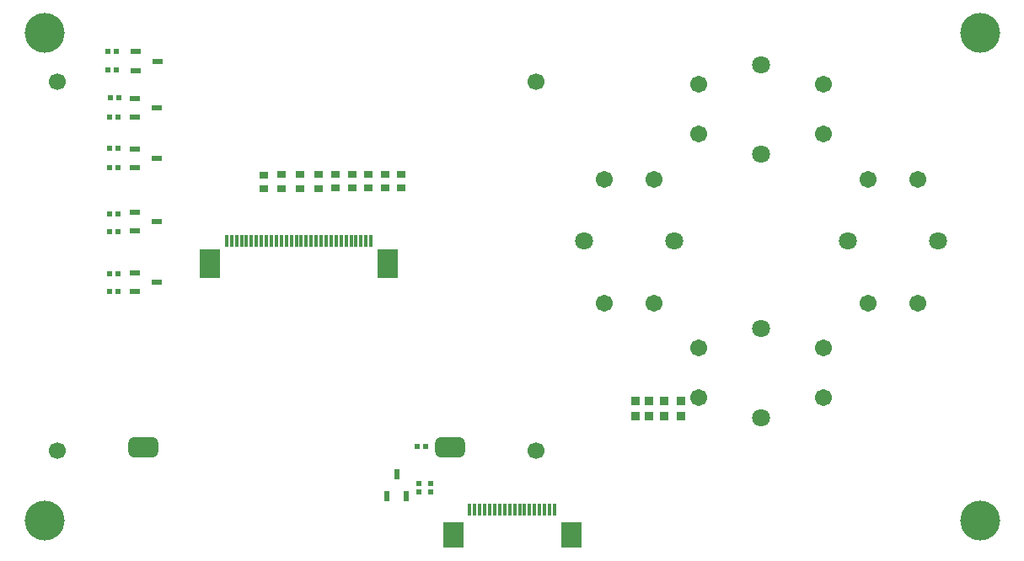
<source format=gbr>
%TF.GenerationSoftware,Altium Limited,Altium Designer,22.5.1 (42)*%
G04 Layer_Color=255*
%FSLAX45Y45*%
%MOMM*%
%TF.SameCoordinates,ADDB7551-072C-4BAF-947E-D85C9ED3ECA7*%
%TF.FilePolarity,Positive*%
%TF.FileFunction,Pads,Bot*%
%TF.Part,Single*%
G01*
G75*
%TA.AperFunction,SMDPad,CuDef*%
%ADD10R,0.56566X0.54000*%
%TA.AperFunction,ComponentPad*%
G04:AMPARAMS|DCode=14|XSize=3mm|YSize=2mm|CornerRadius=0.5mm|HoleSize=0mm|Usage=FLASHONLY|Rotation=0.000|XOffset=0mm|YOffset=0mm|HoleType=Round|Shape=RoundedRectangle|*
%AMROUNDEDRECTD14*
21,1,3.00000,1.00000,0,0,0.0*
21,1,2.00000,2.00000,0,0,0.0*
1,1,1.00000,1.00000,-0.50000*
1,1,1.00000,-1.00000,-0.50000*
1,1,1.00000,-1.00000,0.50000*
1,1,1.00000,1.00000,0.50000*
%
%ADD14ROUNDEDRECTD14*%
%ADD15C,1.70000*%
%ADD16C,1.70790*%
%ADD17C,1.80000*%
%TA.AperFunction,ViaPad*%
%ADD18C,4.00000*%
%TA.AperFunction,SMDPad,CuDef*%
%ADD21R,0.86401X0.80648*%
%ADD22R,0.30000X1.30000*%
%ADD23R,2.00000X2.99999*%
%ADD24R,1.03749X0.53200*%
%ADD25R,0.53200X1.03749*%
%ADD26R,0.54000X0.56566*%
%TA.AperFunction,ConnectorPad*%
%ADD27R,2.00000X2.50000*%
%ADD28R,0.30000X1.25001*%
%TA.AperFunction,SMDPad,CuDef*%
%ADD29R,0.90000X0.80000*%
D10*
X952500Y4038600D02*
D03*
X1039063D02*
D03*
X952500Y3378200D02*
D03*
X1039063D02*
D03*
X952500Y3848100D02*
D03*
X1039063D02*
D03*
X952500Y3200400D02*
D03*
X1039063D02*
D03*
X952500Y2603500D02*
D03*
X1039063D02*
D03*
X952500Y2781300D02*
D03*
X1039063D02*
D03*
X1046582Y4546600D02*
D03*
X960018D02*
D03*
X1039063Y4356100D02*
D03*
X952500D02*
D03*
X1021182Y5016500D02*
D03*
X934618D02*
D03*
X1021182Y4826000D02*
D03*
X934618D02*
D03*
X4132682Y1041400D02*
D03*
X4046118D02*
D03*
D14*
X4376700Y1037737D02*
D03*
X1296700D02*
D03*
D15*
X5241700Y1002737D02*
D03*
Y4712737D02*
D03*
X431700Y1002737D02*
D03*
Y4712737D02*
D03*
D16*
X6874600Y2030600D02*
D03*
Y1530600D02*
D03*
X8124600D02*
D03*
Y2030600D02*
D03*
X5924600Y2480600D02*
D03*
X6424600D02*
D03*
Y3730600D02*
D03*
X5924600D02*
D03*
X8574600Y2480600D02*
D03*
X9074600D02*
D03*
Y3730600D02*
D03*
X8574600D02*
D03*
X6874600Y4680600D02*
D03*
Y4180600D02*
D03*
X8124600D02*
D03*
Y4680600D02*
D03*
D17*
X7499600Y2230600D02*
D03*
Y1330600D02*
D03*
X5724600Y3105600D02*
D03*
X6624600D02*
D03*
X8374600D02*
D03*
X9274600D02*
D03*
X7499600Y4880600D02*
D03*
Y3980600D02*
D03*
D18*
X300000Y300000D02*
D03*
X9700000D02*
D03*
Y5200000D02*
D03*
X300000D02*
D03*
D21*
X6692900Y1497724D02*
D03*
Y1347076D02*
D03*
X6527800Y1498600D02*
D03*
Y1347953D02*
D03*
X6375400Y1497724D02*
D03*
Y1347076D02*
D03*
X6235700Y1497724D02*
D03*
Y1347076D02*
D03*
D22*
X2231407Y3111500D02*
D03*
X2181420D02*
D03*
X2131407D02*
D03*
X2481419D02*
D03*
X2331407D02*
D03*
X2281420D02*
D03*
X2531406D02*
D03*
X2381419D02*
D03*
X2581419D02*
D03*
X2431407D02*
D03*
X3231405D02*
D03*
X3131405D02*
D03*
X3181418D02*
D03*
X3081418D02*
D03*
X3031405D02*
D03*
X2981418D02*
D03*
X2881418D02*
D03*
X2831406D02*
D03*
X2781419D02*
D03*
X2731406D02*
D03*
X2931406D02*
D03*
X2681419D02*
D03*
X2631406D02*
D03*
X3281418D02*
D03*
X3481417D02*
D03*
X3431405D02*
D03*
X3381417D02*
D03*
X3331405D02*
D03*
X3531404D02*
D03*
X3581417D02*
D03*
D23*
X1966424Y2876512D02*
D03*
X3746428D02*
D03*
D24*
X1430924Y3937000D02*
D03*
X1210676Y4032001D02*
D03*
Y3841999D02*
D03*
X1430924Y3302000D02*
D03*
X1210676Y3397001D02*
D03*
Y3206999D02*
D03*
X1430924Y2692400D02*
D03*
X1210676Y2787401D02*
D03*
Y2597399D02*
D03*
X1215903Y4819899D02*
D03*
Y5009901D02*
D03*
X1436152Y4914900D02*
D03*
X1210676Y4349999D02*
D03*
Y4540001D02*
D03*
X1430924Y4445000D02*
D03*
D25*
X3933698Y543677D02*
D03*
X3743696D02*
D03*
X3838697Y763925D02*
D03*
D26*
X4064000Y586537D02*
D03*
Y673100D02*
D03*
X4178300Y586537D02*
D03*
Y673100D02*
D03*
D27*
X4406001Y154150D02*
D03*
X5593999Y150647D02*
D03*
D28*
X4575007Y408148D02*
D03*
X4625020D02*
D03*
X4675007D02*
D03*
X4725020D02*
D03*
X4775007D02*
D03*
X4825019D02*
D03*
X5424995Y408153D02*
D03*
X5375008D02*
D03*
X5324995D02*
D03*
X5275008D02*
D03*
X5224996D02*
D03*
X5175008D02*
D03*
X5124996D02*
D03*
X5075009D02*
D03*
X5024996D02*
D03*
X4975009D02*
D03*
X4924996D02*
D03*
X4875009D02*
D03*
D29*
X3225800Y3778390D02*
D03*
Y3638410D02*
D03*
X3886200D02*
D03*
Y3778390D02*
D03*
X3721100Y3638410D02*
D03*
Y3778390D02*
D03*
X3556000Y3638410D02*
D03*
Y3778390D02*
D03*
X3390900Y3638410D02*
D03*
Y3778390D02*
D03*
X3053810Y3773729D02*
D03*
Y3633749D02*
D03*
X2869660Y3773729D02*
D03*
Y3633749D02*
D03*
X2685510Y3773729D02*
D03*
Y3633749D02*
D03*
X2501902Y3632200D02*
D03*
Y3772179D02*
D03*
%TF.MD5,68305e4ba3e0469e2ffe42305767e526*%
M02*

</source>
